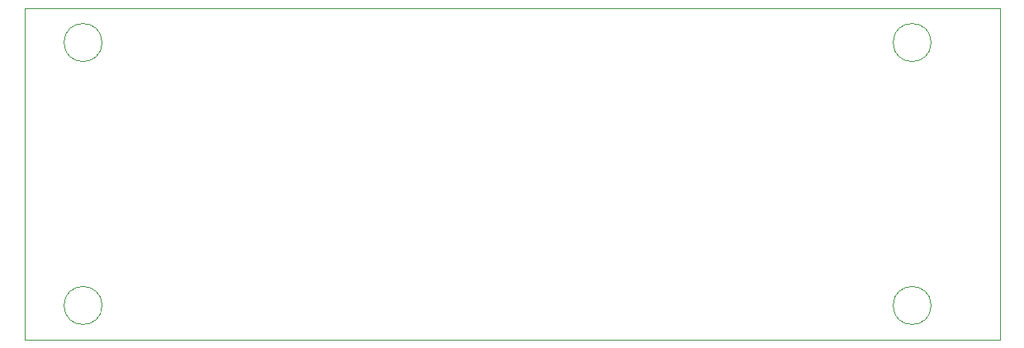
<source format=gm1>
G04 #@! TF.GenerationSoftware,KiCad,Pcbnew,(5.1.9)-1*
G04 #@! TF.CreationDate,2021-06-06T22:42:38-05:00*
G04 #@! TF.ProjectId,BoilerBot,426f696c-6572-4426-9f74-2e6b69636164,rev?*
G04 #@! TF.SameCoordinates,Original*
G04 #@! TF.FileFunction,Profile,NP*
%FSLAX46Y46*%
G04 Gerber Fmt 4.6, Leading zero omitted, Abs format (unit mm)*
G04 Created by KiCad (PCBNEW (5.1.9)-1) date 2021-06-06 22:42:38*
%MOMM*%
%LPD*%
G01*
G04 APERTURE LIST*
G04 #@! TA.AperFunction,Profile*
%ADD10C,0.025400*%
G04 #@! TD*
G04 APERTURE END LIST*
D10*
X85950000Y-78500000D02*
G75*
G03*
X85950000Y-78500000I-1950000J0D01*
G01*
X170950000Y-78500000D02*
G75*
G03*
X170950000Y-78500000I-1950000J0D01*
G01*
X78000000Y-82000000D02*
X78000000Y-48000000D01*
X178000000Y-82000000D02*
X78000000Y-82000000D01*
X178000000Y-48000000D02*
X178000000Y-82000000D01*
X170950000Y-51500000D02*
G75*
G03*
X170950000Y-51500000I-1950000J0D01*
G01*
X85950000Y-51500000D02*
G75*
G03*
X85950000Y-51500000I-1950000J0D01*
G01*
X78000000Y-48000000D02*
X178000000Y-48000000D01*
M02*

</source>
